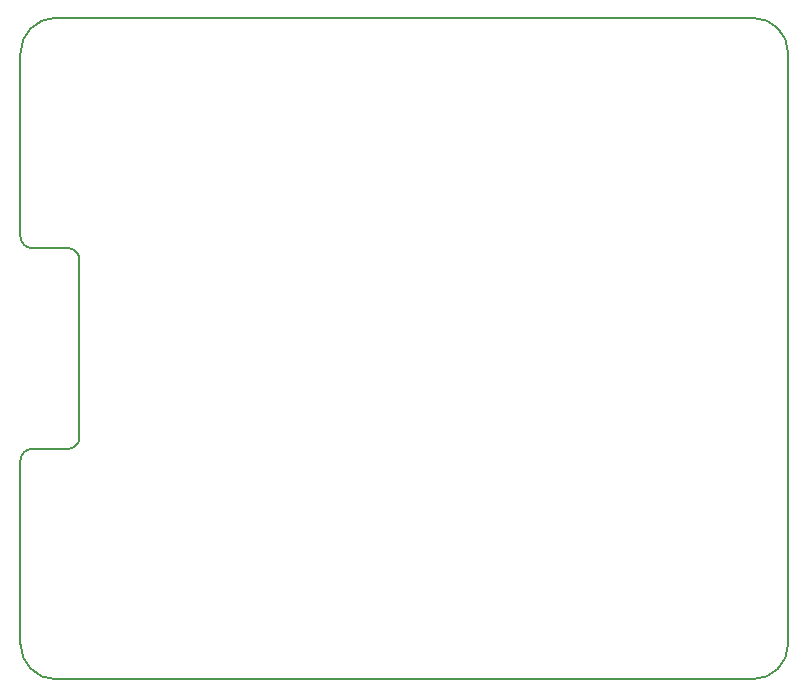
<source format=gko>
G04 Layer_Color=16711935*
%FSLAX44Y44*%
%MOMM*%
G71*
G01*
G75*
%ADD47C,0.2000*%
D47*
X0Y30000D02*
G03*
X30000Y0I30000J0D01*
G01*
X620000D02*
G03*
X650000Y30000I0J30000D01*
G01*
Y530000D02*
G03*
X620000Y560000I-30000J0D01*
G01*
X30000D02*
G03*
X0Y530000I0J-30000D01*
G01*
X0Y375000D02*
G03*
X10000Y365000I10000J0D01*
G01*
X50000Y355000D02*
G03*
X40000Y365000I-10000J0D01*
G01*
Y195000D02*
G03*
X50000Y205000I0J10000D01*
G01*
X10000Y195000D02*
G03*
X0Y185000I0J-10000D01*
G01*
X30000Y0D02*
X620000D01*
X650000Y30000D02*
Y530000D01*
X30000Y560000D02*
X620000D01*
X0Y375000D02*
Y530000D01*
Y375000D02*
X0D01*
X10000Y365000D02*
X40000D01*
Y365000D02*
Y365000D01*
X50000Y205000D02*
Y355000D01*
X10000Y195000D02*
X40000D01*
X0Y30000D02*
Y185000D01*
M02*

</source>
